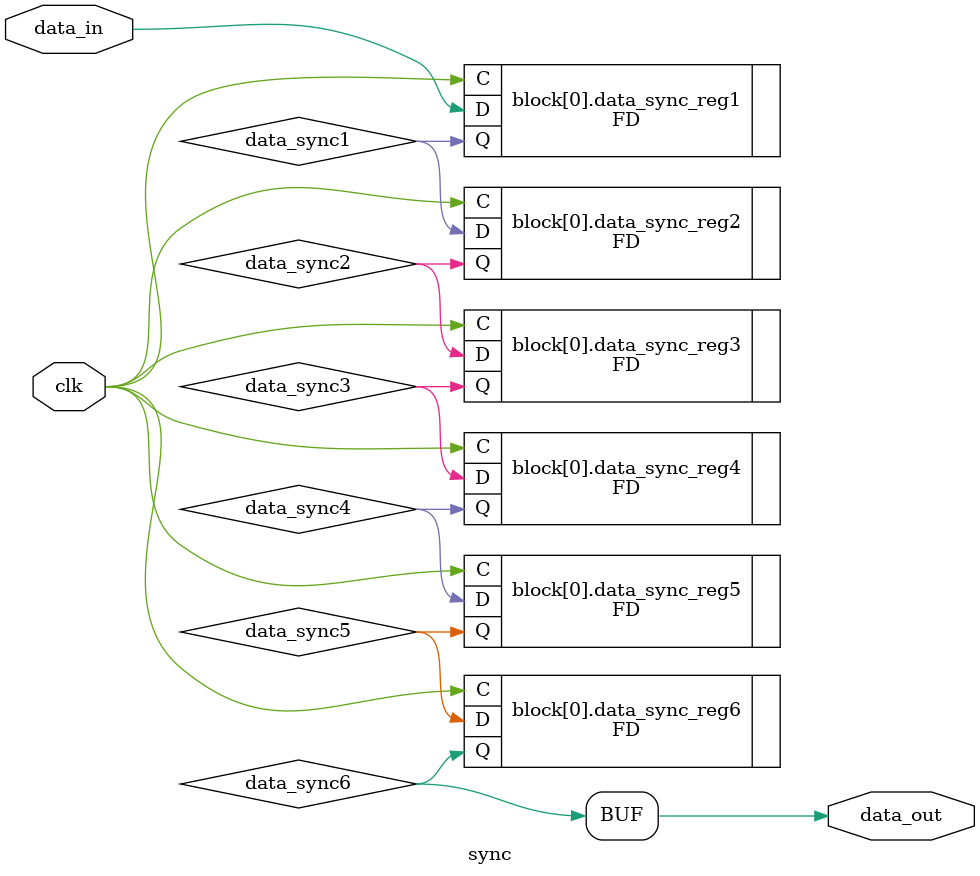
<source format=v>
`timescale 1 ns / 1 ps

module sync #(
  parameter INITIALISE = 6'b000000,
  parameter WIDTH = 1
)
(
  input        clk,              // clock to be sync'ed to
  input        [WIDTH-1:0]data_in,          // Data to be 'synced'
  output       [WIDTH-1:0]data_out          // synced data
);

  // Internal Signals
  wire [WIDTH-1:0]data_sync1;
  wire [WIDTH-1:0]data_sync2;
  wire [WIDTH-1:0]data_sync3;
  wire [WIDTH-1:0]data_sync4;
  wire [WIDTH-1:0]data_sync5;
  wire [WIDTH-1:0]data_sync6;

genvar ik;
generate
    for (ik = 0; ik < WIDTH; ik = ik + 1) begin : block
           (* shreg_extract = "no", ASYNC_REG = "TRUE" *)
          FD #(
            .INIT (INITIALISE[0])
          ) data_sync_reg1 (
            .C  (clk),
            .D  (data_in[ik]),
            .Q  (data_sync1[ik])
          );
        
        
          (* shreg_extract = "no", ASYNC_REG = "TRUE" *)
          FD #(
           .INIT (INITIALISE[1])
          ) data_sync_reg2 (
          .C  (clk),
          .D  (data_sync1[ik]),
          .Q  (data_sync2[ik])
          );
        
        
          (* shreg_extract = "no", ASYNC_REG = "TRUE" *)
          FD #(
           .INIT (INITIALISE[2])
          ) data_sync_reg3 (
          .C  (clk),
          .D  (data_sync2[ik]),
          .Q  (data_sync3[ik])
          );
        
          (* shreg_extract = "no", ASYNC_REG = "TRUE" *)
          FD #(
           .INIT (INITIALISE[3])
          ) data_sync_reg4 (
          .C  (clk),
          .D  (data_sync3[ik]),
          .Q  (data_sync4[ik])
          );
        
          (* shreg_extract = "no", ASYNC_REG = "TRUE" *)
          FD #(
           .INIT (INITIALISE[4])
          ) data_sync_reg5 (
          .C  (clk),
          .D  (data_sync4[ik]),
          .Q  (data_sync5[ik])
          );
        
          (* shreg_extract = "no", ASYNC_REG = "TRUE" *)
          FD #(
           .INIT (INITIALISE[5])
          ) data_sync_reg6 (
          .C  (clk),
          .D  (data_sync5[ik]),
          .Q  (data_sync6[ik])
          );
          assign data_out[ik] = data_sync6[ik];
    end
endgenerate




endmodule


</source>
